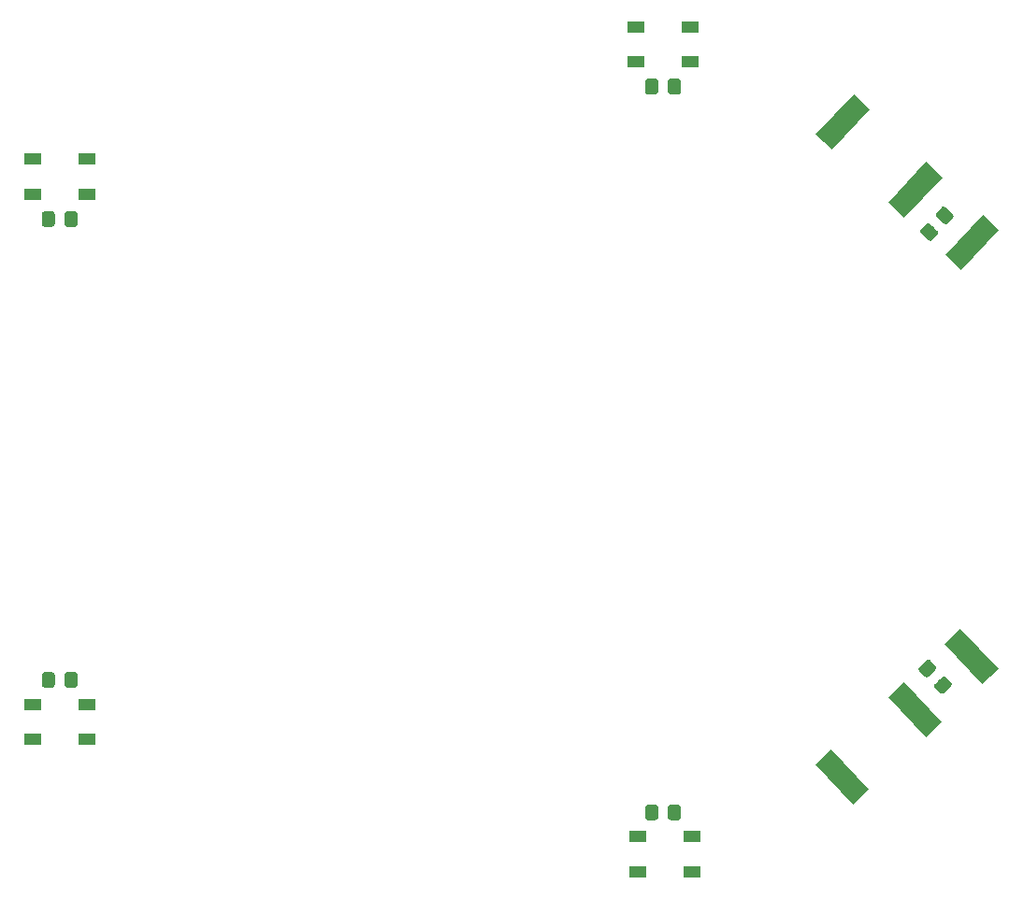
<source format=gbr>
G04 #@! TF.GenerationSoftware,KiCad,Pcbnew,(5.1.2)-2*
G04 #@! TF.CreationDate,2019-10-29T07:50:01+01:00*
G04 #@! TF.ProjectId,Alphabot2.0,416c7068-6162-46f7-9432-2e302e6b6963,1.0*
G04 #@! TF.SameCoordinates,Original*
G04 #@! TF.FileFunction,Paste,Bot*
G04 #@! TF.FilePolarity,Positive*
%FSLAX46Y46*%
G04 Gerber Fmt 4.6, Leading zero omitted, Abs format (unit mm)*
G04 Created by KiCad (PCBNEW (5.1.2)-2) date 2019-10-29 07:50:01*
%MOMM*%
%LPD*%
G04 APERTURE LIST*
%ADD10C,2.000000*%
%ADD11C,0.100000*%
%ADD12C,1.150000*%
%ADD13R,1.500000X1.000000*%
G04 APERTURE END LIST*
D10*
X169947817Y-69962815D03*
D11*
G36*
X170921459Y-67452432D02*
G01*
X172384167Y-68816429D01*
X168974175Y-72473198D01*
X167511467Y-71109201D01*
X170921459Y-67452432D01*
X170921459Y-67452432D01*
G37*
D10*
X181649476Y-80874789D03*
D11*
G36*
X182623118Y-78364406D02*
G01*
X184085826Y-79728403D01*
X180675834Y-83385172D01*
X179213126Y-82021175D01*
X182623118Y-78364406D01*
X182623118Y-78364406D01*
G37*
D10*
X176530000Y-76100800D03*
D11*
G36*
X177503642Y-73590417D02*
G01*
X178966350Y-74954414D01*
X175556358Y-78611183D01*
X174093650Y-77247186D01*
X177503642Y-73590417D01*
X177503642Y-73590417D01*
G37*
D10*
X169900600Y-129313800D03*
D11*
G36*
X167464250Y-128167414D02*
G01*
X168926958Y-126803417D01*
X172336950Y-130460186D01*
X170874242Y-131824183D01*
X167464250Y-128167414D01*
X167464250Y-128167414D01*
G37*
D10*
X181602259Y-118401826D03*
D11*
G36*
X179165909Y-117255440D02*
G01*
X180628617Y-115891443D01*
X184038609Y-119548212D01*
X182575901Y-120912209D01*
X179165909Y-117255440D01*
X179165909Y-117255440D01*
G37*
D10*
X176482783Y-123175815D03*
D11*
G36*
X174046433Y-122029429D02*
G01*
X175509141Y-120665432D01*
X178919133Y-124322201D01*
X177456425Y-125686198D01*
X174046433Y-122029429D01*
X174046433Y-122029429D01*
G37*
G36*
X179079946Y-77618110D02*
G01*
X179104325Y-77620861D01*
X179128317Y-77625988D01*
X179151691Y-77633442D01*
X179174222Y-77643151D01*
X179195693Y-77655022D01*
X179215896Y-77668940D01*
X179234639Y-77684771D01*
X179892859Y-78298571D01*
X179909959Y-78316164D01*
X179925253Y-78335347D01*
X179938592Y-78355937D01*
X179949849Y-78377736D01*
X179958916Y-78400533D01*
X179965704Y-78424109D01*
X179970148Y-78448237D01*
X179972207Y-78472684D01*
X179971859Y-78497215D01*
X179969108Y-78521594D01*
X179963981Y-78545587D01*
X179956527Y-78568960D01*
X179946818Y-78591491D01*
X179934947Y-78612962D01*
X179921029Y-78633166D01*
X179905198Y-78651908D01*
X179461898Y-79127290D01*
X179444306Y-79144390D01*
X179425122Y-79159684D01*
X179404532Y-79173023D01*
X179382733Y-79184280D01*
X179359936Y-79193347D01*
X179336360Y-79200135D01*
X179312232Y-79204579D01*
X179287785Y-79206638D01*
X179263254Y-79206290D01*
X179238875Y-79203539D01*
X179214883Y-79198412D01*
X179191509Y-79190958D01*
X179168978Y-79181249D01*
X179147507Y-79169378D01*
X179127304Y-79155460D01*
X179108561Y-79139629D01*
X178450341Y-78525829D01*
X178433241Y-78508236D01*
X178417947Y-78489053D01*
X178404608Y-78468463D01*
X178393351Y-78446664D01*
X178384284Y-78423867D01*
X178377496Y-78400291D01*
X178373052Y-78376163D01*
X178370993Y-78351716D01*
X178371341Y-78327185D01*
X178374092Y-78302806D01*
X178379219Y-78278813D01*
X178386673Y-78255440D01*
X178396382Y-78232909D01*
X178408253Y-78211438D01*
X178422171Y-78191234D01*
X178438002Y-78172492D01*
X178881302Y-77697110D01*
X178898894Y-77680010D01*
X178918078Y-77664716D01*
X178938668Y-77651377D01*
X178960467Y-77640120D01*
X178983264Y-77631053D01*
X179006840Y-77624265D01*
X179030968Y-77619821D01*
X179055415Y-77617762D01*
X179079946Y-77618110D01*
X179079946Y-77618110D01*
G37*
D12*
X179171600Y-78412200D03*
D11*
G36*
X177681850Y-79117386D02*
G01*
X177706229Y-79120137D01*
X177730221Y-79125264D01*
X177753595Y-79132718D01*
X177776126Y-79142427D01*
X177797597Y-79154298D01*
X177817800Y-79168216D01*
X177836543Y-79184047D01*
X178494763Y-79797847D01*
X178511863Y-79815440D01*
X178527157Y-79834623D01*
X178540496Y-79855213D01*
X178551753Y-79877012D01*
X178560820Y-79899809D01*
X178567608Y-79923385D01*
X178572052Y-79947513D01*
X178574111Y-79971960D01*
X178573763Y-79996491D01*
X178571012Y-80020870D01*
X178565885Y-80044863D01*
X178558431Y-80068236D01*
X178548722Y-80090767D01*
X178536851Y-80112238D01*
X178522933Y-80132442D01*
X178507102Y-80151184D01*
X178063802Y-80626566D01*
X178046210Y-80643666D01*
X178027026Y-80658960D01*
X178006436Y-80672299D01*
X177984637Y-80683556D01*
X177961840Y-80692623D01*
X177938264Y-80699411D01*
X177914136Y-80703855D01*
X177889689Y-80705914D01*
X177865158Y-80705566D01*
X177840779Y-80702815D01*
X177816787Y-80697688D01*
X177793413Y-80690234D01*
X177770882Y-80680525D01*
X177749411Y-80668654D01*
X177729208Y-80654736D01*
X177710465Y-80638905D01*
X177052245Y-80025105D01*
X177035145Y-80007512D01*
X177019851Y-79988329D01*
X177006512Y-79967739D01*
X176995255Y-79945940D01*
X176986188Y-79923143D01*
X176979400Y-79899567D01*
X176974956Y-79875439D01*
X176972897Y-79850992D01*
X176973245Y-79826461D01*
X176975996Y-79802082D01*
X176981123Y-79778089D01*
X176988577Y-79754716D01*
X176998286Y-79732185D01*
X177010157Y-79710714D01*
X177024075Y-79690510D01*
X177039906Y-79671768D01*
X177483206Y-79196386D01*
X177500798Y-79179286D01*
X177519982Y-79163992D01*
X177540572Y-79150653D01*
X177562371Y-79139396D01*
X177585168Y-79130329D01*
X177608744Y-79123541D01*
X177632872Y-79119097D01*
X177657319Y-79117038D01*
X177681850Y-79117386D01*
X177681850Y-79117386D01*
G37*
D12*
X177773504Y-79911476D03*
D11*
G36*
X179159832Y-120164821D02*
G01*
X179183960Y-120169265D01*
X179207536Y-120176053D01*
X179230333Y-120185120D01*
X179252132Y-120196377D01*
X179272722Y-120209716D01*
X179291905Y-120225010D01*
X179309498Y-120242110D01*
X179752798Y-120717492D01*
X179768629Y-120736235D01*
X179782547Y-120756438D01*
X179794418Y-120777909D01*
X179804127Y-120800440D01*
X179811581Y-120823814D01*
X179816708Y-120847806D01*
X179819459Y-120872185D01*
X179819807Y-120896716D01*
X179817748Y-120921163D01*
X179813304Y-120945291D01*
X179806516Y-120968867D01*
X179797449Y-120991664D01*
X179786192Y-121013463D01*
X179772853Y-121034053D01*
X179757559Y-121053237D01*
X179740459Y-121070829D01*
X179082239Y-121684629D01*
X179063497Y-121700460D01*
X179043293Y-121714378D01*
X179021822Y-121726249D01*
X178999291Y-121735958D01*
X178975918Y-121743412D01*
X178951925Y-121748539D01*
X178927546Y-121751290D01*
X178903015Y-121751638D01*
X178878568Y-121749579D01*
X178854440Y-121745135D01*
X178830864Y-121738347D01*
X178808067Y-121729280D01*
X178786268Y-121718023D01*
X178765678Y-121704684D01*
X178746495Y-121689390D01*
X178728902Y-121672290D01*
X178285602Y-121196908D01*
X178269771Y-121178165D01*
X178255853Y-121157962D01*
X178243982Y-121136491D01*
X178234273Y-121113960D01*
X178226819Y-121090586D01*
X178221692Y-121066594D01*
X178218941Y-121042215D01*
X178218593Y-121017684D01*
X178220652Y-120993237D01*
X178225096Y-120969109D01*
X178231884Y-120945533D01*
X178240951Y-120922736D01*
X178252208Y-120900937D01*
X178265547Y-120880347D01*
X178280841Y-120861163D01*
X178297941Y-120843571D01*
X178956161Y-120229771D01*
X178974903Y-120213940D01*
X178995107Y-120200022D01*
X179016578Y-120188151D01*
X179039109Y-120178442D01*
X179062482Y-120170988D01*
X179086475Y-120165861D01*
X179110854Y-120163110D01*
X179135385Y-120162762D01*
X179159832Y-120164821D01*
X179159832Y-120164821D01*
G37*
D12*
X179019200Y-120957200D03*
D11*
G36*
X177761736Y-118665545D02*
G01*
X177785864Y-118669989D01*
X177809440Y-118676777D01*
X177832237Y-118685844D01*
X177854036Y-118697101D01*
X177874626Y-118710440D01*
X177893809Y-118725734D01*
X177911402Y-118742834D01*
X178354702Y-119218216D01*
X178370533Y-119236959D01*
X178384451Y-119257162D01*
X178396322Y-119278633D01*
X178406031Y-119301164D01*
X178413485Y-119324538D01*
X178418612Y-119348530D01*
X178421363Y-119372909D01*
X178421711Y-119397440D01*
X178419652Y-119421887D01*
X178415208Y-119446015D01*
X178408420Y-119469591D01*
X178399353Y-119492388D01*
X178388096Y-119514187D01*
X178374757Y-119534777D01*
X178359463Y-119553961D01*
X178342363Y-119571553D01*
X177684143Y-120185353D01*
X177665401Y-120201184D01*
X177645197Y-120215102D01*
X177623726Y-120226973D01*
X177601195Y-120236682D01*
X177577822Y-120244136D01*
X177553829Y-120249263D01*
X177529450Y-120252014D01*
X177504919Y-120252362D01*
X177480472Y-120250303D01*
X177456344Y-120245859D01*
X177432768Y-120239071D01*
X177409971Y-120230004D01*
X177388172Y-120218747D01*
X177367582Y-120205408D01*
X177348399Y-120190114D01*
X177330806Y-120173014D01*
X176887506Y-119697632D01*
X176871675Y-119678889D01*
X176857757Y-119658686D01*
X176845886Y-119637215D01*
X176836177Y-119614684D01*
X176828723Y-119591310D01*
X176823596Y-119567318D01*
X176820845Y-119542939D01*
X176820497Y-119518408D01*
X176822556Y-119493961D01*
X176827000Y-119469833D01*
X176833788Y-119446257D01*
X176842855Y-119423460D01*
X176854112Y-119401661D01*
X176867451Y-119381071D01*
X176882745Y-119361887D01*
X176899845Y-119344295D01*
X177558065Y-118730495D01*
X177576807Y-118714664D01*
X177597011Y-118700746D01*
X177618482Y-118688875D01*
X177641013Y-118679166D01*
X177664386Y-118671712D01*
X177688379Y-118666585D01*
X177712758Y-118663834D01*
X177737289Y-118663486D01*
X177761736Y-118665545D01*
X177761736Y-118665545D01*
G37*
D12*
X177621104Y-119457924D03*
D13*
X156310000Y-134710000D03*
X156310000Y-137910000D03*
X151410000Y-134710000D03*
X151410000Y-137910000D03*
X101510000Y-122710000D03*
X101510000Y-125910000D03*
X96610000Y-122710000D03*
X96610000Y-125910000D03*
X101510000Y-73330000D03*
X101510000Y-76530000D03*
X96610000Y-73330000D03*
X96610000Y-76530000D03*
X151230000Y-64530000D03*
X151230000Y-61330000D03*
X156130000Y-64530000D03*
X156130000Y-61330000D03*
D11*
G36*
X100434505Y-119801204D02*
G01*
X100458773Y-119804804D01*
X100482572Y-119810765D01*
X100505671Y-119819030D01*
X100527850Y-119829520D01*
X100548893Y-119842132D01*
X100568599Y-119856747D01*
X100586777Y-119873223D01*
X100603253Y-119891401D01*
X100617868Y-119911107D01*
X100630480Y-119932150D01*
X100640970Y-119954329D01*
X100649235Y-119977428D01*
X100655196Y-120001227D01*
X100658796Y-120025495D01*
X100660000Y-120049999D01*
X100660000Y-120950001D01*
X100658796Y-120974505D01*
X100655196Y-120998773D01*
X100649235Y-121022572D01*
X100640970Y-121045671D01*
X100630480Y-121067850D01*
X100617868Y-121088893D01*
X100603253Y-121108599D01*
X100586777Y-121126777D01*
X100568599Y-121143253D01*
X100548893Y-121157868D01*
X100527850Y-121170480D01*
X100505671Y-121180970D01*
X100482572Y-121189235D01*
X100458773Y-121195196D01*
X100434505Y-121198796D01*
X100410001Y-121200000D01*
X99759999Y-121200000D01*
X99735495Y-121198796D01*
X99711227Y-121195196D01*
X99687428Y-121189235D01*
X99664329Y-121180970D01*
X99642150Y-121170480D01*
X99621107Y-121157868D01*
X99601401Y-121143253D01*
X99583223Y-121126777D01*
X99566747Y-121108599D01*
X99552132Y-121088893D01*
X99539520Y-121067850D01*
X99529030Y-121045671D01*
X99520765Y-121022572D01*
X99514804Y-120998773D01*
X99511204Y-120974505D01*
X99510000Y-120950001D01*
X99510000Y-120049999D01*
X99511204Y-120025495D01*
X99514804Y-120001227D01*
X99520765Y-119977428D01*
X99529030Y-119954329D01*
X99539520Y-119932150D01*
X99552132Y-119911107D01*
X99566747Y-119891401D01*
X99583223Y-119873223D01*
X99601401Y-119856747D01*
X99621107Y-119842132D01*
X99642150Y-119829520D01*
X99664329Y-119819030D01*
X99687428Y-119810765D01*
X99711227Y-119804804D01*
X99735495Y-119801204D01*
X99759999Y-119800000D01*
X100410001Y-119800000D01*
X100434505Y-119801204D01*
X100434505Y-119801204D01*
G37*
D12*
X100085000Y-120500000D03*
D11*
G36*
X98384505Y-119801204D02*
G01*
X98408773Y-119804804D01*
X98432572Y-119810765D01*
X98455671Y-119819030D01*
X98477850Y-119829520D01*
X98498893Y-119842132D01*
X98518599Y-119856747D01*
X98536777Y-119873223D01*
X98553253Y-119891401D01*
X98567868Y-119911107D01*
X98580480Y-119932150D01*
X98590970Y-119954329D01*
X98599235Y-119977428D01*
X98605196Y-120001227D01*
X98608796Y-120025495D01*
X98610000Y-120049999D01*
X98610000Y-120950001D01*
X98608796Y-120974505D01*
X98605196Y-120998773D01*
X98599235Y-121022572D01*
X98590970Y-121045671D01*
X98580480Y-121067850D01*
X98567868Y-121088893D01*
X98553253Y-121108599D01*
X98536777Y-121126777D01*
X98518599Y-121143253D01*
X98498893Y-121157868D01*
X98477850Y-121170480D01*
X98455671Y-121180970D01*
X98432572Y-121189235D01*
X98408773Y-121195196D01*
X98384505Y-121198796D01*
X98360001Y-121200000D01*
X97709999Y-121200000D01*
X97685495Y-121198796D01*
X97661227Y-121195196D01*
X97637428Y-121189235D01*
X97614329Y-121180970D01*
X97592150Y-121170480D01*
X97571107Y-121157868D01*
X97551401Y-121143253D01*
X97533223Y-121126777D01*
X97516747Y-121108599D01*
X97502132Y-121088893D01*
X97489520Y-121067850D01*
X97479030Y-121045671D01*
X97470765Y-121022572D01*
X97464804Y-120998773D01*
X97461204Y-120974505D01*
X97460000Y-120950001D01*
X97460000Y-120049999D01*
X97461204Y-120025495D01*
X97464804Y-120001227D01*
X97470765Y-119977428D01*
X97479030Y-119954329D01*
X97489520Y-119932150D01*
X97502132Y-119911107D01*
X97516747Y-119891401D01*
X97533223Y-119873223D01*
X97551401Y-119856747D01*
X97571107Y-119842132D01*
X97592150Y-119829520D01*
X97614329Y-119819030D01*
X97637428Y-119810765D01*
X97661227Y-119804804D01*
X97685495Y-119801204D01*
X97709999Y-119800000D01*
X98360001Y-119800000D01*
X98384505Y-119801204D01*
X98384505Y-119801204D01*
G37*
D12*
X98035000Y-120500000D03*
D11*
G36*
X98384505Y-78041204D02*
G01*
X98408773Y-78044804D01*
X98432572Y-78050765D01*
X98455671Y-78059030D01*
X98477850Y-78069520D01*
X98498893Y-78082132D01*
X98518599Y-78096747D01*
X98536777Y-78113223D01*
X98553253Y-78131401D01*
X98567868Y-78151107D01*
X98580480Y-78172150D01*
X98590970Y-78194329D01*
X98599235Y-78217428D01*
X98605196Y-78241227D01*
X98608796Y-78265495D01*
X98610000Y-78289999D01*
X98610000Y-79190001D01*
X98608796Y-79214505D01*
X98605196Y-79238773D01*
X98599235Y-79262572D01*
X98590970Y-79285671D01*
X98580480Y-79307850D01*
X98567868Y-79328893D01*
X98553253Y-79348599D01*
X98536777Y-79366777D01*
X98518599Y-79383253D01*
X98498893Y-79397868D01*
X98477850Y-79410480D01*
X98455671Y-79420970D01*
X98432572Y-79429235D01*
X98408773Y-79435196D01*
X98384505Y-79438796D01*
X98360001Y-79440000D01*
X97709999Y-79440000D01*
X97685495Y-79438796D01*
X97661227Y-79435196D01*
X97637428Y-79429235D01*
X97614329Y-79420970D01*
X97592150Y-79410480D01*
X97571107Y-79397868D01*
X97551401Y-79383253D01*
X97533223Y-79366777D01*
X97516747Y-79348599D01*
X97502132Y-79328893D01*
X97489520Y-79307850D01*
X97479030Y-79285671D01*
X97470765Y-79262572D01*
X97464804Y-79238773D01*
X97461204Y-79214505D01*
X97460000Y-79190001D01*
X97460000Y-78289999D01*
X97461204Y-78265495D01*
X97464804Y-78241227D01*
X97470765Y-78217428D01*
X97479030Y-78194329D01*
X97489520Y-78172150D01*
X97502132Y-78151107D01*
X97516747Y-78131401D01*
X97533223Y-78113223D01*
X97551401Y-78096747D01*
X97571107Y-78082132D01*
X97592150Y-78069520D01*
X97614329Y-78059030D01*
X97637428Y-78050765D01*
X97661227Y-78044804D01*
X97685495Y-78041204D01*
X97709999Y-78040000D01*
X98360001Y-78040000D01*
X98384505Y-78041204D01*
X98384505Y-78041204D01*
G37*
D12*
X98035000Y-78740000D03*
D11*
G36*
X100434505Y-78041204D02*
G01*
X100458773Y-78044804D01*
X100482572Y-78050765D01*
X100505671Y-78059030D01*
X100527850Y-78069520D01*
X100548893Y-78082132D01*
X100568599Y-78096747D01*
X100586777Y-78113223D01*
X100603253Y-78131401D01*
X100617868Y-78151107D01*
X100630480Y-78172150D01*
X100640970Y-78194329D01*
X100649235Y-78217428D01*
X100655196Y-78241227D01*
X100658796Y-78265495D01*
X100660000Y-78289999D01*
X100660000Y-79190001D01*
X100658796Y-79214505D01*
X100655196Y-79238773D01*
X100649235Y-79262572D01*
X100640970Y-79285671D01*
X100630480Y-79307850D01*
X100617868Y-79328893D01*
X100603253Y-79348599D01*
X100586777Y-79366777D01*
X100568599Y-79383253D01*
X100548893Y-79397868D01*
X100527850Y-79410480D01*
X100505671Y-79420970D01*
X100482572Y-79429235D01*
X100458773Y-79435196D01*
X100434505Y-79438796D01*
X100410001Y-79440000D01*
X99759999Y-79440000D01*
X99735495Y-79438796D01*
X99711227Y-79435196D01*
X99687428Y-79429235D01*
X99664329Y-79420970D01*
X99642150Y-79410480D01*
X99621107Y-79397868D01*
X99601401Y-79383253D01*
X99583223Y-79366777D01*
X99566747Y-79348599D01*
X99552132Y-79328893D01*
X99539520Y-79307850D01*
X99529030Y-79285671D01*
X99520765Y-79262572D01*
X99514804Y-79238773D01*
X99511204Y-79214505D01*
X99510000Y-79190001D01*
X99510000Y-78289999D01*
X99511204Y-78265495D01*
X99514804Y-78241227D01*
X99520765Y-78217428D01*
X99529030Y-78194329D01*
X99539520Y-78172150D01*
X99552132Y-78151107D01*
X99566747Y-78131401D01*
X99583223Y-78113223D01*
X99601401Y-78096747D01*
X99621107Y-78082132D01*
X99642150Y-78069520D01*
X99664329Y-78059030D01*
X99687428Y-78050765D01*
X99711227Y-78044804D01*
X99735495Y-78041204D01*
X99759999Y-78040000D01*
X100410001Y-78040000D01*
X100434505Y-78041204D01*
X100434505Y-78041204D01*
G37*
D12*
X100085000Y-78740000D03*
D11*
G36*
X155054505Y-131801204D02*
G01*
X155078773Y-131804804D01*
X155102572Y-131810765D01*
X155125671Y-131819030D01*
X155147850Y-131829520D01*
X155168893Y-131842132D01*
X155188599Y-131856747D01*
X155206777Y-131873223D01*
X155223253Y-131891401D01*
X155237868Y-131911107D01*
X155250480Y-131932150D01*
X155260970Y-131954329D01*
X155269235Y-131977428D01*
X155275196Y-132001227D01*
X155278796Y-132025495D01*
X155280000Y-132049999D01*
X155280000Y-132950001D01*
X155278796Y-132974505D01*
X155275196Y-132998773D01*
X155269235Y-133022572D01*
X155260970Y-133045671D01*
X155250480Y-133067850D01*
X155237868Y-133088893D01*
X155223253Y-133108599D01*
X155206777Y-133126777D01*
X155188599Y-133143253D01*
X155168893Y-133157868D01*
X155147850Y-133170480D01*
X155125671Y-133180970D01*
X155102572Y-133189235D01*
X155078773Y-133195196D01*
X155054505Y-133198796D01*
X155030001Y-133200000D01*
X154379999Y-133200000D01*
X154355495Y-133198796D01*
X154331227Y-133195196D01*
X154307428Y-133189235D01*
X154284329Y-133180970D01*
X154262150Y-133170480D01*
X154241107Y-133157868D01*
X154221401Y-133143253D01*
X154203223Y-133126777D01*
X154186747Y-133108599D01*
X154172132Y-133088893D01*
X154159520Y-133067850D01*
X154149030Y-133045671D01*
X154140765Y-133022572D01*
X154134804Y-132998773D01*
X154131204Y-132974505D01*
X154130000Y-132950001D01*
X154130000Y-132049999D01*
X154131204Y-132025495D01*
X154134804Y-132001227D01*
X154140765Y-131977428D01*
X154149030Y-131954329D01*
X154159520Y-131932150D01*
X154172132Y-131911107D01*
X154186747Y-131891401D01*
X154203223Y-131873223D01*
X154221401Y-131856747D01*
X154241107Y-131842132D01*
X154262150Y-131829520D01*
X154284329Y-131819030D01*
X154307428Y-131810765D01*
X154331227Y-131804804D01*
X154355495Y-131801204D01*
X154379999Y-131800000D01*
X155030001Y-131800000D01*
X155054505Y-131801204D01*
X155054505Y-131801204D01*
G37*
D12*
X154705000Y-132500000D03*
D11*
G36*
X153004505Y-131801204D02*
G01*
X153028773Y-131804804D01*
X153052572Y-131810765D01*
X153075671Y-131819030D01*
X153097850Y-131829520D01*
X153118893Y-131842132D01*
X153138599Y-131856747D01*
X153156777Y-131873223D01*
X153173253Y-131891401D01*
X153187868Y-131911107D01*
X153200480Y-131932150D01*
X153210970Y-131954329D01*
X153219235Y-131977428D01*
X153225196Y-132001227D01*
X153228796Y-132025495D01*
X153230000Y-132049999D01*
X153230000Y-132950001D01*
X153228796Y-132974505D01*
X153225196Y-132998773D01*
X153219235Y-133022572D01*
X153210970Y-133045671D01*
X153200480Y-133067850D01*
X153187868Y-133088893D01*
X153173253Y-133108599D01*
X153156777Y-133126777D01*
X153138599Y-133143253D01*
X153118893Y-133157868D01*
X153097850Y-133170480D01*
X153075671Y-133180970D01*
X153052572Y-133189235D01*
X153028773Y-133195196D01*
X153004505Y-133198796D01*
X152980001Y-133200000D01*
X152329999Y-133200000D01*
X152305495Y-133198796D01*
X152281227Y-133195196D01*
X152257428Y-133189235D01*
X152234329Y-133180970D01*
X152212150Y-133170480D01*
X152191107Y-133157868D01*
X152171401Y-133143253D01*
X152153223Y-133126777D01*
X152136747Y-133108599D01*
X152122132Y-133088893D01*
X152109520Y-133067850D01*
X152099030Y-133045671D01*
X152090765Y-133022572D01*
X152084804Y-132998773D01*
X152081204Y-132974505D01*
X152080000Y-132950001D01*
X152080000Y-132049999D01*
X152081204Y-132025495D01*
X152084804Y-132001227D01*
X152090765Y-131977428D01*
X152099030Y-131954329D01*
X152109520Y-131932150D01*
X152122132Y-131911107D01*
X152136747Y-131891401D01*
X152153223Y-131873223D01*
X152171401Y-131856747D01*
X152191107Y-131842132D01*
X152212150Y-131829520D01*
X152234329Y-131819030D01*
X152257428Y-131810765D01*
X152281227Y-131804804D01*
X152305495Y-131801204D01*
X152329999Y-131800000D01*
X152980001Y-131800000D01*
X153004505Y-131801204D01*
X153004505Y-131801204D01*
G37*
D12*
X152655000Y-132500000D03*
D11*
G36*
X153004505Y-66041204D02*
G01*
X153028773Y-66044804D01*
X153052572Y-66050765D01*
X153075671Y-66059030D01*
X153097850Y-66069520D01*
X153118893Y-66082132D01*
X153138599Y-66096747D01*
X153156777Y-66113223D01*
X153173253Y-66131401D01*
X153187868Y-66151107D01*
X153200480Y-66172150D01*
X153210970Y-66194329D01*
X153219235Y-66217428D01*
X153225196Y-66241227D01*
X153228796Y-66265495D01*
X153230000Y-66289999D01*
X153230000Y-67190001D01*
X153228796Y-67214505D01*
X153225196Y-67238773D01*
X153219235Y-67262572D01*
X153210970Y-67285671D01*
X153200480Y-67307850D01*
X153187868Y-67328893D01*
X153173253Y-67348599D01*
X153156777Y-67366777D01*
X153138599Y-67383253D01*
X153118893Y-67397868D01*
X153097850Y-67410480D01*
X153075671Y-67420970D01*
X153052572Y-67429235D01*
X153028773Y-67435196D01*
X153004505Y-67438796D01*
X152980001Y-67440000D01*
X152329999Y-67440000D01*
X152305495Y-67438796D01*
X152281227Y-67435196D01*
X152257428Y-67429235D01*
X152234329Y-67420970D01*
X152212150Y-67410480D01*
X152191107Y-67397868D01*
X152171401Y-67383253D01*
X152153223Y-67366777D01*
X152136747Y-67348599D01*
X152122132Y-67328893D01*
X152109520Y-67307850D01*
X152099030Y-67285671D01*
X152090765Y-67262572D01*
X152084804Y-67238773D01*
X152081204Y-67214505D01*
X152080000Y-67190001D01*
X152080000Y-66289999D01*
X152081204Y-66265495D01*
X152084804Y-66241227D01*
X152090765Y-66217428D01*
X152099030Y-66194329D01*
X152109520Y-66172150D01*
X152122132Y-66151107D01*
X152136747Y-66131401D01*
X152153223Y-66113223D01*
X152171401Y-66096747D01*
X152191107Y-66082132D01*
X152212150Y-66069520D01*
X152234329Y-66059030D01*
X152257428Y-66050765D01*
X152281227Y-66044804D01*
X152305495Y-66041204D01*
X152329999Y-66040000D01*
X152980001Y-66040000D01*
X153004505Y-66041204D01*
X153004505Y-66041204D01*
G37*
D12*
X152655000Y-66740000D03*
D11*
G36*
X155054505Y-66041204D02*
G01*
X155078773Y-66044804D01*
X155102572Y-66050765D01*
X155125671Y-66059030D01*
X155147850Y-66069520D01*
X155168893Y-66082132D01*
X155188599Y-66096747D01*
X155206777Y-66113223D01*
X155223253Y-66131401D01*
X155237868Y-66151107D01*
X155250480Y-66172150D01*
X155260970Y-66194329D01*
X155269235Y-66217428D01*
X155275196Y-66241227D01*
X155278796Y-66265495D01*
X155280000Y-66289999D01*
X155280000Y-67190001D01*
X155278796Y-67214505D01*
X155275196Y-67238773D01*
X155269235Y-67262572D01*
X155260970Y-67285671D01*
X155250480Y-67307850D01*
X155237868Y-67328893D01*
X155223253Y-67348599D01*
X155206777Y-67366777D01*
X155188599Y-67383253D01*
X155168893Y-67397868D01*
X155147850Y-67410480D01*
X155125671Y-67420970D01*
X155102572Y-67429235D01*
X155078773Y-67435196D01*
X155054505Y-67438796D01*
X155030001Y-67440000D01*
X154379999Y-67440000D01*
X154355495Y-67438796D01*
X154331227Y-67435196D01*
X154307428Y-67429235D01*
X154284329Y-67420970D01*
X154262150Y-67410480D01*
X154241107Y-67397868D01*
X154221401Y-67383253D01*
X154203223Y-67366777D01*
X154186747Y-67348599D01*
X154172132Y-67328893D01*
X154159520Y-67307850D01*
X154149030Y-67285671D01*
X154140765Y-67262572D01*
X154134804Y-67238773D01*
X154131204Y-67214505D01*
X154130000Y-67190001D01*
X154130000Y-66289999D01*
X154131204Y-66265495D01*
X154134804Y-66241227D01*
X154140765Y-66217428D01*
X154149030Y-66194329D01*
X154159520Y-66172150D01*
X154172132Y-66151107D01*
X154186747Y-66131401D01*
X154203223Y-66113223D01*
X154221401Y-66096747D01*
X154241107Y-66082132D01*
X154262150Y-66069520D01*
X154284329Y-66059030D01*
X154307428Y-66050765D01*
X154331227Y-66044804D01*
X154355495Y-66041204D01*
X154379999Y-66040000D01*
X155030001Y-66040000D01*
X155054505Y-66041204D01*
X155054505Y-66041204D01*
G37*
D12*
X154705000Y-66740000D03*
M02*

</source>
